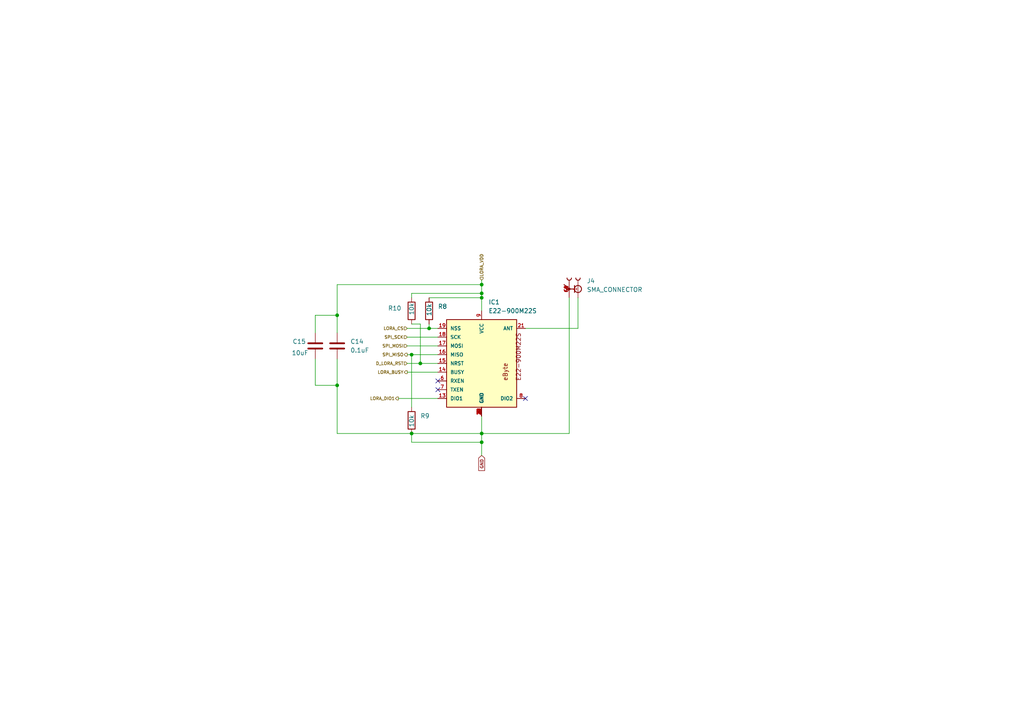
<source format=kicad_sch>
(kicad_sch
	(version 20250114)
	(generator "eeschema")
	(generator_version "9.0")
	(uuid "f61a3200-c54a-4e92-909d-9e48334055fc")
	(paper "A4")
	(lib_symbols
		(symbol "Device:C"
			(pin_numbers
				(hide yes)
			)
			(pin_names
				(offset 0.254)
			)
			(exclude_from_sim no)
			(in_bom yes)
			(on_board yes)
			(property "Reference" "C"
				(at 0.635 2.54 0)
				(effects
					(font
						(size 1.27 1.27)
					)
					(justify left)
				)
			)
			(property "Value" "C"
				(at 0.635 -2.54 0)
				(effects
					(font
						(size 1.27 1.27)
					)
					(justify left)
				)
			)
			(property "Footprint" ""
				(at 0.9652 -3.81 0)
				(effects
					(font
						(size 1.27 1.27)
					)
					(hide yes)
				)
			)
			(property "Datasheet" "~"
				(at 0 0 0)
				(effects
					(font
						(size 1.27 1.27)
					)
					(hide yes)
				)
			)
			(property "Description" "Unpolarized capacitor"
				(at 0 0 0)
				(effects
					(font
						(size 1.27 1.27)
					)
					(hide yes)
				)
			)
			(property "ki_keywords" "cap capacitor"
				(at 0 0 0)
				(effects
					(font
						(size 1.27 1.27)
					)
					(hide yes)
				)
			)
			(property "ki_fp_filters" "C_*"
				(at 0 0 0)
				(effects
					(font
						(size 1.27 1.27)
					)
					(hide yes)
				)
			)
			(symbol "C_0_1"
				(polyline
					(pts
						(xy -2.032 0.762) (xy 2.032 0.762)
					)
					(stroke
						(width 0.508)
						(type default)
					)
					(fill
						(type none)
					)
				)
				(polyline
					(pts
						(xy -2.032 -0.762) (xy 2.032 -0.762)
					)
					(stroke
						(width 0.508)
						(type default)
					)
					(fill
						(type none)
					)
				)
			)
			(symbol "C_1_1"
				(pin passive line
					(at 0 3.81 270)
					(length 2.794)
					(name "~"
						(effects
							(font
								(size 1.27 1.27)
							)
						)
					)
					(number "1"
						(effects
							(font
								(size 1.27 1.27)
							)
						)
					)
				)
				(pin passive line
					(at 0 -3.81 90)
					(length 2.794)
					(name "~"
						(effects
							(font
								(size 1.27 1.27)
							)
						)
					)
					(number "2"
						(effects
							(font
								(size 1.27 1.27)
							)
						)
					)
				)
			)
			(embedded_fonts no)
		)
		(symbol "Device:R"
			(pin_numbers
				(hide yes)
			)
			(pin_names
				(offset 0)
			)
			(exclude_from_sim no)
			(in_bom yes)
			(on_board yes)
			(property "Reference" "R"
				(at 2.032 0 90)
				(effects
					(font
						(size 1.27 1.27)
					)
				)
			)
			(property "Value" "R"
				(at 0 0 90)
				(effects
					(font
						(size 1.27 1.27)
					)
				)
			)
			(property "Footprint" ""
				(at -1.778 0 90)
				(effects
					(font
						(size 1.27 1.27)
					)
					(hide yes)
				)
			)
			(property "Datasheet" "~"
				(at 0 0 0)
				(effects
					(font
						(size 1.27 1.27)
					)
					(hide yes)
				)
			)
			(property "Description" "Resistor"
				(at 0 0 0)
				(effects
					(font
						(size 1.27 1.27)
					)
					(hide yes)
				)
			)
			(property "ki_keywords" "R res resistor"
				(at 0 0 0)
				(effects
					(font
						(size 1.27 1.27)
					)
					(hide yes)
				)
			)
			(property "ki_fp_filters" "R_*"
				(at 0 0 0)
				(effects
					(font
						(size 1.27 1.27)
					)
					(hide yes)
				)
			)
			(symbol "R_0_1"
				(rectangle
					(start -1.016 -2.54)
					(end 1.016 2.54)
					(stroke
						(width 0.254)
						(type default)
					)
					(fill
						(type none)
					)
				)
			)
			(symbol "R_1_1"
				(pin passive line
					(at 0 3.81 270)
					(length 1.27)
					(name "~"
						(effects
							(font
								(size 1.27 1.27)
							)
						)
					)
					(number "1"
						(effects
							(font
								(size 1.27 1.27)
							)
						)
					)
				)
				(pin passive line
					(at 0 -3.81 90)
					(length 1.27)
					(name "~"
						(effects
							(font
								(size 1.27 1.27)
							)
						)
					)
					(number "2"
						(effects
							(font
								(size 1.27 1.27)
							)
						)
					)
				)
			)
			(embedded_fonts no)
		)
		(symbol "E22-900M22S_SX1262:E22-900M22S"
			(pin_names
				(offset 1.016)
			)
			(exclude_from_sim no)
			(in_bom yes)
			(on_board yes)
			(property "Reference" "IC"
				(at 5.08 17.78 0)
				(effects
					(font
						(size 1.27 1.27)
					)
					(justify left bottom)
				)
			)
			(property "Value" "E22-900M22S"
				(at -12.7 17.78 0)
				(effects
					(font
						(size 1.27 1.27)
					)
					(justify left bottom)
				)
			)
			(property "Footprint" "E22-900M22S:E22-900M22S"
				(at 0 0 0)
				(effects
					(font
						(size 1.27 1.27)
					)
					(justify bottom)
					(hide yes)
				)
			)
			(property "Datasheet" ""
				(at 0 0 0)
				(effects
					(font
						(size 1.27 1.27)
					)
					(hide yes)
				)
			)
			(property "Description" ""
				(at 0 0 0)
				(effects
					(font
						(size 1.27 1.27)
					)
					(hide yes)
				)
			)
			(property "MF" "EBYTE"
				(at 0 0 0)
				(effects
					(font
						(size 1.27 1.27)
					)
					(justify bottom)
					(hide yes)
				)
			)
			(property "Description_1" "SX1262 868/915MHz SPI SMD LoRa Module"
				(at 0 0 0)
				(effects
					(font
						(size 1.27 1.27)
					)
					(justify bottom)
					(hide yes)
				)
			)
			(property "Package" "Package"
				(at 0 0 0)
				(effects
					(font
						(size 1.27 1.27)
					)
					(justify bottom)
					(hide yes)
				)
			)
			(property "Price" "None"
				(at 0 0 0)
				(effects
					(font
						(size 1.27 1.27)
					)
					(justify bottom)
					(hide yes)
				)
			)
			(property "SnapEDA_Link" "https://www.snapeda.com/parts/E22-900M22S/EBYTE/view-part/?ref=snap"
				(at 0 0 0)
				(effects
					(font
						(size 1.27 1.27)
					)
					(justify bottom)
					(hide yes)
				)
			)
			(property "MP" "E22-900M22S"
				(at 0 0 0)
				(effects
					(font
						(size 1.27 1.27)
					)
					(justify bottom)
					(hide yes)
				)
			)
			(property "Availability" "Not in stock"
				(at 0 0 0)
				(effects
					(font
						(size 1.27 1.27)
					)
					(justify bottom)
					(hide yes)
				)
			)
			(property "Check_prices" "https://www.snapeda.com/parts/E22-900M22S/EBYTE/view-part/?ref=eda"
				(at 0 0 0)
				(effects
					(font
						(size 1.27 1.27)
					)
					(justify bottom)
					(hide yes)
				)
			)
			(symbol "E22-900M22S_0_0"
				(rectangle
					(start -10.16 -12.7)
					(end 10.16 12.7)
					(stroke
						(width 0.254)
						(type default)
					)
					(fill
						(type background)
					)
				)
				(text "eByte"
					(at 7.62 -5.08 900)
					(effects
						(font
							(size 1.27 1.27)
						)
						(justify left bottom)
					)
				)
				(text "E22-900M22S"
					(at 11.43 -5.08 900)
					(effects
						(font
							(size 1.27 1.27)
						)
						(justify left bottom)
					)
				)
				(pin input line
					(at -12.7 10.16 0)
					(length 2.54)
					(name "NSS"
						(effects
							(font
								(size 1.016 1.016)
							)
						)
					)
					(number "19"
						(effects
							(font
								(size 1.016 1.016)
							)
						)
					)
				)
				(pin input line
					(at -12.7 7.62 0)
					(length 2.54)
					(name "SCK"
						(effects
							(font
								(size 1.016 1.016)
							)
						)
					)
					(number "18"
						(effects
							(font
								(size 1.016 1.016)
							)
						)
					)
				)
				(pin bidirectional line
					(at -12.7 5.08 0)
					(length 2.54)
					(name "MOSI"
						(effects
							(font
								(size 1.016 1.016)
							)
						)
					)
					(number "17"
						(effects
							(font
								(size 1.016 1.016)
							)
						)
					)
				)
				(pin bidirectional line
					(at -12.7 2.54 0)
					(length 2.54)
					(name "MISO"
						(effects
							(font
								(size 1.016 1.016)
							)
						)
					)
					(number "16"
						(effects
							(font
								(size 1.016 1.016)
							)
						)
					)
				)
				(pin bidirectional line
					(at -12.7 0 0)
					(length 2.54)
					(name "NRST"
						(effects
							(font
								(size 1.016 1.016)
							)
						)
					)
					(number "15"
						(effects
							(font
								(size 1.016 1.016)
							)
						)
					)
				)
				(pin bidirectional line
					(at -12.7 -2.54 0)
					(length 2.54)
					(name "BUSY"
						(effects
							(font
								(size 1.016 1.016)
							)
						)
					)
					(number "14"
						(effects
							(font
								(size 1.016 1.016)
							)
						)
					)
				)
				(pin input line
					(at -12.7 -5.08 0)
					(length 2.54)
					(name "RXEN"
						(effects
							(font
								(size 1.016 1.016)
							)
						)
					)
					(number "6"
						(effects
							(font
								(size 1.016 1.016)
							)
						)
					)
				)
				(pin bidirectional line
					(at -12.7 -7.62 0)
					(length 2.54)
					(name "TXEN"
						(effects
							(font
								(size 1.016 1.016)
							)
						)
					)
					(number "7"
						(effects
							(font
								(size 1.016 1.016)
							)
						)
					)
				)
				(pin bidirectional line
					(at -12.7 -10.16 0)
					(length 2.54)
					(name "DIO1"
						(effects
							(font
								(size 1.016 1.016)
							)
						)
					)
					(number "13"
						(effects
							(font
								(size 1.016 1.016)
							)
						)
					)
				)
				(pin power_in line
					(at 0 15.24 270)
					(length 2.54)
					(name "VCC"
						(effects
							(font
								(size 1.016 1.016)
							)
						)
					)
					(number "9"
						(effects
							(font
								(size 1.016 1.016)
							)
						)
					)
				)
				(pin power_in line
					(at 0 -15.24 90)
					(length 2.54)
					(name "GND"
						(effects
							(font
								(size 1.016 1.016)
							)
						)
					)
					(number "1"
						(effects
							(font
								(size 1.016 1.016)
							)
						)
					)
				)
				(pin power_in line
					(at 0 -15.24 90)
					(length 2.54)
					(name "GND"
						(effects
							(font
								(size 1.016 1.016)
							)
						)
					)
					(number "10"
						(effects
							(font
								(size 1.016 1.016)
							)
						)
					)
				)
				(pin power_in line
					(at 0 -15.24 90)
					(length 2.54)
					(name "GND"
						(effects
							(font
								(size 1.016 1.016)
							)
						)
					)
					(number "11"
						(effects
							(font
								(size 1.016 1.016)
							)
						)
					)
				)
				(pin power_in line
					(at 0 -15.24 90)
					(length 2.54)
					(name "GND"
						(effects
							(font
								(size 1.016 1.016)
							)
						)
					)
					(number "12"
						(effects
							(font
								(size 1.016 1.016)
							)
						)
					)
				)
				(pin power_in line
					(at 0 -15.24 90)
					(length 2.54)
					(name "GND"
						(effects
							(font
								(size 1.016 1.016)
							)
						)
					)
					(number "2"
						(effects
							(font
								(size 1.016 1.016)
							)
						)
					)
				)
				(pin power_in line
					(at 0 -15.24 90)
					(length 2.54)
					(name "GND"
						(effects
							(font
								(size 1.016 1.016)
							)
						)
					)
					(number "20"
						(effects
							(font
								(size 1.016 1.016)
							)
						)
					)
				)
				(pin power_in line
					(at 0 -15.24 90)
					(length 2.54)
					(name "GND"
						(effects
							(font
								(size 1.016 1.016)
							)
						)
					)
					(number "22"
						(effects
							(font
								(size 1.016 1.016)
							)
						)
					)
				)
				(pin power_in line
					(at 0 -15.24 90)
					(length 2.54)
					(name "GND"
						(effects
							(font
								(size 1.016 1.016)
							)
						)
					)
					(number "3"
						(effects
							(font
								(size 1.016 1.016)
							)
						)
					)
				)
				(pin power_in line
					(at 0 -15.24 90)
					(length 2.54)
					(name "GND"
						(effects
							(font
								(size 1.016 1.016)
							)
						)
					)
					(number "4"
						(effects
							(font
								(size 1.016 1.016)
							)
						)
					)
				)
				(pin power_in line
					(at 0 -15.24 90)
					(length 2.54)
					(name "GND"
						(effects
							(font
								(size 1.016 1.016)
							)
						)
					)
					(number "5"
						(effects
							(font
								(size 1.016 1.016)
							)
						)
					)
				)
				(pin output line
					(at 12.7 10.16 180)
					(length 2.54)
					(name "ANT"
						(effects
							(font
								(size 1.016 1.016)
							)
						)
					)
					(number "21"
						(effects
							(font
								(size 1.016 1.016)
							)
						)
					)
				)
				(pin bidirectional line
					(at 12.7 -10.16 180)
					(length 2.54)
					(name "DIO2"
						(effects
							(font
								(size 1.016 1.016)
							)
						)
					)
					(number "8"
						(effects
							(font
								(size 1.016 1.016)
							)
						)
					)
				)
			)
			(embedded_fonts no)
		)
		(symbol "SMA_CONNECTOR:SMA_CONNECTOR"
			(pin_names
				(offset 1.016)
			)
			(exclude_from_sim no)
			(in_bom yes)
			(on_board yes)
			(property "Reference" "J"
				(at -3.81 1.524 0)
				(effects
					(font
						(size 1.27 1.27)
					)
					(justify left bottom)
				)
			)
			(property "Value" "SMA_CONNECTOR"
				(at -4.064 -6.858 0)
				(effects
					(font
						(size 1.27 1.27)
					)
					(justify left bottom)
				)
			)
			(property "Footprint" "SMA_CONNECTOR:LPRS_SMA_CONNECTOR"
				(at 0 0 0)
				(effects
					(font
						(size 1.27 1.27)
					)
					(justify bottom)
					(hide yes)
				)
			)
			(property "Datasheet" ""
				(at 0 0 0)
				(effects
					(font
						(size 1.27 1.27)
					)
					(hide yes)
				)
			)
			(property "Description" ""
				(at 0 0 0)
				(effects
					(font
						(size 1.27 1.27)
					)
					(hide yes)
				)
			)
			(property "MF" "LPRS"
				(at 0 0 0)
				(effects
					(font
						(size 1.27 1.27)
					)
					(justify bottom)
					(hide yes)
				)
			)
			(property "MAXIMUM_PACKAGE_HEIGHT" "8.3 mm"
				(at 0 0 0)
				(effects
					(font
						(size 1.27 1.27)
					)
					(justify bottom)
					(hide yes)
				)
			)
			(property "Package" "None"
				(at 0 0 0)
				(effects
					(font
						(size 1.27 1.27)
					)
					(justify bottom)
					(hide yes)
				)
			)
			(property "Price" "None"
				(at 0 0 0)
				(effects
					(font
						(size 1.27 1.27)
					)
					(justify bottom)
					(hide yes)
				)
			)
			(property "Check_prices" "https://www.snapeda.com/parts/SMA%20CONNECTOR/LPRS/view-part/?ref=eda"
				(at 0 0 0)
				(effects
					(font
						(size 1.27 1.27)
					)
					(justify bottom)
					(hide yes)
				)
			)
			(property "STANDARD" "Manufacturer Recommendations"
				(at 0 0 0)
				(effects
					(font
						(size 1.27 1.27)
					)
					(justify bottom)
					(hide yes)
				)
			)
			(property "PARTREV" "1.3"
				(at 0 0 0)
				(effects
					(font
						(size 1.27 1.27)
					)
					(justify bottom)
					(hide yes)
				)
			)
			(property "SnapEDA_Link" "https://www.snapeda.com/parts/SMA%20CONNECTOR/LPRS/view-part/?ref=snap"
				(at 0 0 0)
				(effects
					(font
						(size 1.27 1.27)
					)
					(justify bottom)
					(hide yes)
				)
			)
			(property "MP" "SMA CONNECTOR"
				(at 0 0 0)
				(effects
					(font
						(size 1.27 1.27)
					)
					(justify bottom)
					(hide yes)
				)
			)
			(property "Description_1" "RF Coaxial Straight SMA Connector"
				(at 0 0 0)
				(effects
					(font
						(size 1.27 1.27)
					)
					(justify bottom)
					(hide yes)
				)
			)
			(property "Availability" "Not in stock"
				(at 0 0 0)
				(effects
					(font
						(size 1.27 1.27)
					)
					(justify bottom)
					(hide yes)
				)
			)
			(property "MANUFACTURER" "LPRS"
				(at 0 0 0)
				(effects
					(font
						(size 1.27 1.27)
					)
					(justify bottom)
					(hide yes)
				)
			)
			(symbol "SMA_CONNECTOR_0_0"
				(arc
					(start -3.175 0.635)
					(mid -2.5427 0)
					(end -3.175 -0.635)
					(stroke
						(width 0.254)
						(type default)
					)
					(fill
						(type none)
					)
				)
				(arc
					(start -3.175 -1.905)
					(mid -2.5427 -2.54)
					(end -3.175 -3.175)
					(stroke
						(width 0.254)
						(type default)
					)
					(fill
						(type none)
					)
				)
				(polyline
					(pts
						(xy -1.016 -1.016) (xy 0 -1.016)
					)
					(stroke
						(width 0.254)
						(type default)
					)
					(fill
						(type none)
					)
				)
				(polyline
					(pts
						(xy -0.762 -3.302) (xy -1.27 -4.064)
					)
					(stroke
						(width 0.254)
						(type default)
					)
					(fill
						(type none)
					)
				)
				(circle
					(center 0 0)
					(radius 1.016)
					(stroke
						(width 0.254)
						(type default)
					)
					(fill
						(type none)
					)
				)
				(polyline
					(pts
						(xy 0 -1.016) (xy 0 -3.302)
					)
					(stroke
						(width 0.254)
						(type default)
					)
					(fill
						(type none)
					)
				)
				(polyline
					(pts
						(xy 0 -1.016) (xy 1.016 -1.016)
					)
					(stroke
						(width 0.254)
						(type default)
					)
					(fill
						(type none)
					)
				)
				(circle
					(center 0 -2.54)
					(radius 0.254)
					(stroke
						(width 0.254)
						(type default)
					)
					(fill
						(type none)
					)
				)
				(polyline
					(pts
						(xy 0 -3.302) (xy -0.762 -3.302)
					)
					(stroke
						(width 0.254)
						(type default)
					)
					(fill
						(type none)
					)
				)
				(polyline
					(pts
						(xy 0 -3.302) (xy -0.508 -4.064)
					)
					(stroke
						(width 0.254)
						(type default)
					)
					(fill
						(type none)
					)
				)
				(polyline
					(pts
						(xy 0 -3.302) (xy 0.762 -3.302)
					)
					(stroke
						(width 0.254)
						(type default)
					)
					(fill
						(type none)
					)
				)
				(polyline
					(pts
						(xy 0.762 -3.302) (xy 0.254 -4.064)
					)
					(stroke
						(width 0.254)
						(type default)
					)
					(fill
						(type none)
					)
				)
				(pin passive line
					(at 2.54 0 180)
					(length 5.08)
					(name "~"
						(effects
							(font
								(size 1.016 1.016)
							)
						)
					)
					(number "1"
						(effects
							(font
								(size 1.016 1.016)
							)
						)
					)
				)
				(pin passive line
					(at 2.54 -2.54 180)
					(length 5.08)
					(name "~"
						(effects
							(font
								(size 1.016 1.016)
							)
						)
					)
					(number "G1"
						(effects
							(font
								(size 1.016 1.016)
							)
						)
					)
				)
				(pin passive line
					(at 2.54 -2.54 180)
					(length 5.08)
					(name "~"
						(effects
							(font
								(size 1.016 1.016)
							)
						)
					)
					(number "G2"
						(effects
							(font
								(size 1.016 1.016)
							)
						)
					)
				)
				(pin passive line
					(at 2.54 -2.54 180)
					(length 5.08)
					(name "~"
						(effects
							(font
								(size 1.016 1.016)
							)
						)
					)
					(number "G3"
						(effects
							(font
								(size 1.016 1.016)
							)
						)
					)
				)
				(pin passive line
					(at 2.54 -2.54 180)
					(length 5.08)
					(name "~"
						(effects
							(font
								(size 1.016 1.016)
							)
						)
					)
					(number "G4"
						(effects
							(font
								(size 1.016 1.016)
							)
						)
					)
				)
			)
			(embedded_fonts no)
		)
	)
	(junction
		(at 139.7 86.36)
		(diameter 0)
		(color 0 0 0 0)
		(uuid "067b13d7-2834-4a79-84a6-21516e559bce")
	)
	(junction
		(at 119.38 125.73)
		(diameter 0)
		(color 0 0 0 0)
		(uuid "1888821b-cc80-49c9-8a41-f0ac42a9e8e2")
	)
	(junction
		(at 97.79 91.44)
		(diameter 0)
		(color 0 0 0 0)
		(uuid "5037c721-80df-48ea-91db-ada47c684a5c")
	)
	(junction
		(at 139.7 82.55)
		(diameter 0)
		(color 0 0 0 0)
		(uuid "5f545d36-5578-4be5-ac30-9c2657ea2f2e")
	)
	(junction
		(at 124.46 95.25)
		(diameter 0)
		(color 0 0 0 0)
		(uuid "68bcc6c8-a55b-418a-b71e-e45c9c603763")
	)
	(junction
		(at 119.38 102.87)
		(diameter 0)
		(color 0 0 0 0)
		(uuid "a085896f-d947-4733-b111-99d301161339")
	)
	(junction
		(at 139.7 125.73)
		(diameter 0)
		(color 0 0 0 0)
		(uuid "a7ff0b31-c463-4605-8de0-626da427bd36")
	)
	(junction
		(at 139.7 85.09)
		(diameter 0)
		(color 0 0 0 0)
		(uuid "a9467d2b-04ec-480d-800b-21d9d601df25")
	)
	(junction
		(at 97.79 111.76)
		(diameter 0)
		(color 0 0 0 0)
		(uuid "aa9ec199-aa55-4910-9d97-2ff08f29b3ad")
	)
	(junction
		(at 121.92 105.41)
		(diameter 0)
		(color 0 0 0 0)
		(uuid "bfafda68-454d-47fd-91f2-744bac747bf6")
	)
	(junction
		(at 139.7 128.27)
		(diameter 0)
		(color 0 0 0 0)
		(uuid "eb81f897-8a74-421f-b833-38b0bbf44db6")
	)
	(no_connect
		(at 152.4 115.57)
		(uuid "489d81f0-4a46-40ec-8fe6-a2ad83153e62")
	)
	(no_connect
		(at 127 113.03)
		(uuid "90e8273f-3fb1-4d07-bcdd-19f2eb82e4d5")
	)
	(no_connect
		(at 127 110.49)
		(uuid "cf54d711-e2e9-4aa2-9fc8-953d4a718338")
	)
	(wire
		(pts
			(xy 119.38 86.36) (xy 119.38 85.09)
		)
		(stroke
			(width 0)
			(type default)
		)
		(uuid "02203c3f-cd4d-437a-8bbb-94a9355125e2")
	)
	(wire
		(pts
			(xy 124.46 95.25) (xy 127 95.25)
		)
		(stroke
			(width 0)
			(type default)
		)
		(uuid "1b9efb61-dba6-4e5d-9c4c-b847f2c8a0af")
	)
	(wire
		(pts
			(xy 167.64 95.25) (xy 152.4 95.25)
		)
		(stroke
			(width 0)
			(type default)
		)
		(uuid "1fc173e8-6254-40ed-9b8d-3a38fb8f428d")
	)
	(wire
		(pts
			(xy 97.79 125.73) (xy 119.38 125.73)
		)
		(stroke
			(width 0)
			(type default)
		)
		(uuid "203aefa2-b436-4e2a-b656-a7ba3c01d59e")
	)
	(wire
		(pts
			(xy 165.1 86.36) (xy 165.1 125.73)
		)
		(stroke
			(width 0)
			(type default)
		)
		(uuid "2a908bb1-3391-40e4-9c58-f5ce31b14437")
	)
	(wire
		(pts
			(xy 91.44 91.44) (xy 97.79 91.44)
		)
		(stroke
			(width 0)
			(type default)
		)
		(uuid "2c3c4c87-ef0f-4317-87c7-f3363be6b4a9")
	)
	(wire
		(pts
			(xy 119.38 93.98) (xy 121.92 93.98)
		)
		(stroke
			(width 0)
			(type default)
		)
		(uuid "3a8e8b32-a8cd-4101-82d3-c0d08fde560c")
	)
	(wire
		(pts
			(xy 97.79 111.76) (xy 97.79 125.73)
		)
		(stroke
			(width 0)
			(type default)
		)
		(uuid "3c0078b3-2a62-4be6-b7ef-e0cdc283c1bf")
	)
	(wire
		(pts
			(xy 165.1 125.73) (xy 139.7 125.73)
		)
		(stroke
			(width 0)
			(type default)
		)
		(uuid "3c529113-067f-4059-9f5f-1cbf2606f414")
	)
	(wire
		(pts
			(xy 91.44 96.52) (xy 91.44 91.44)
		)
		(stroke
			(width 0)
			(type default)
		)
		(uuid "4a5b8efe-a06e-42a5-a8c3-479729c68f91")
	)
	(wire
		(pts
			(xy 97.79 96.52) (xy 97.79 91.44)
		)
		(stroke
			(width 0)
			(type default)
		)
		(uuid "4fdf4241-5d4c-4907-b147-e96a78137ca7")
	)
	(wire
		(pts
			(xy 91.44 104.14) (xy 91.44 111.76)
		)
		(stroke
			(width 0)
			(type default)
		)
		(uuid "55c1fdac-f348-47cc-b575-442a7665af4b")
	)
	(wire
		(pts
			(xy 97.79 104.14) (xy 97.79 111.76)
		)
		(stroke
			(width 0)
			(type default)
		)
		(uuid "55c708ee-7644-47d1-815e-9b6fd6a4975e")
	)
	(wire
		(pts
			(xy 119.38 102.87) (xy 119.38 118.11)
		)
		(stroke
			(width 0)
			(type default)
		)
		(uuid "5a816ada-7282-461a-8674-8d4eb4ea4fe9")
	)
	(wire
		(pts
			(xy 139.7 128.27) (xy 139.7 132.08)
		)
		(stroke
			(width 0)
			(type default)
		)
		(uuid "5b5d663d-e93f-43f8-b1c0-a5440b977f00")
	)
	(wire
		(pts
			(xy 139.7 82.55) (xy 139.7 85.09)
		)
		(stroke
			(width 0)
			(type default)
		)
		(uuid "6401603c-712c-4403-921e-455293b2659b")
	)
	(wire
		(pts
			(xy 118.11 107.95) (xy 127 107.95)
		)
		(stroke
			(width 0)
			(type default)
		)
		(uuid "6587c32a-b523-43b8-b2a1-b15a2e3e6ec9")
	)
	(wire
		(pts
			(xy 118.11 97.79) (xy 127 97.79)
		)
		(stroke
			(width 0)
			(type default)
		)
		(uuid "6d59e793-e4ca-4c1f-90b6-761e589c8dac")
	)
	(wire
		(pts
			(xy 118.11 100.33) (xy 127 100.33)
		)
		(stroke
			(width 0)
			(type default)
		)
		(uuid "7bd1d72d-5488-488b-8990-e200a742fb4f")
	)
	(wire
		(pts
			(xy 118.11 102.87) (xy 119.38 102.87)
		)
		(stroke
			(width 0)
			(type default)
		)
		(uuid "84cd6bfb-096a-4e23-82ce-5cf0dd31ab60")
	)
	(wire
		(pts
			(xy 124.46 86.36) (xy 139.7 86.36)
		)
		(stroke
			(width 0)
			(type default)
		)
		(uuid "892cef2d-ebbe-4b63-9c3c-7ae715684d35")
	)
	(wire
		(pts
			(xy 119.38 128.27) (xy 139.7 128.27)
		)
		(stroke
			(width 0)
			(type default)
		)
		(uuid "895f75b3-bd23-4d87-8b1a-ada4a38bfa22")
	)
	(wire
		(pts
			(xy 97.79 82.55) (xy 139.7 82.55)
		)
		(stroke
			(width 0)
			(type default)
		)
		(uuid "8bbae2d1-1f0d-414a-9a66-541f4272dddd")
	)
	(wire
		(pts
			(xy 121.92 93.98) (xy 121.92 105.41)
		)
		(stroke
			(width 0)
			(type default)
		)
		(uuid "8ef5bc06-e2f3-4b7e-8ef0-d13bb86dc759")
	)
	(wire
		(pts
			(xy 119.38 102.87) (xy 127 102.87)
		)
		(stroke
			(width 0)
			(type default)
		)
		(uuid "9643e35e-dccb-439d-bad5-7b994c8d6631")
	)
	(wire
		(pts
			(xy 118.11 95.25) (xy 124.46 95.25)
		)
		(stroke
			(width 0)
			(type default)
		)
		(uuid "99a8ff24-35e6-4dd1-a5d4-71a440530f8d")
	)
	(wire
		(pts
			(xy 139.7 120.65) (xy 139.7 125.73)
		)
		(stroke
			(width 0)
			(type default)
		)
		(uuid "a0d01d8a-5413-4500-b85c-8b6fbdf5cd3c")
	)
	(wire
		(pts
			(xy 119.38 125.73) (xy 139.7 125.73)
		)
		(stroke
			(width 0)
			(type default)
		)
		(uuid "aa368fd9-a2f4-437c-9bea-8b9aa08c7d52")
	)
	(wire
		(pts
			(xy 124.46 93.98) (xy 124.46 95.25)
		)
		(stroke
			(width 0)
			(type default)
		)
		(uuid "b1982173-e8e1-47c6-9105-f47b157c4382")
	)
	(wire
		(pts
			(xy 115.57 115.57) (xy 127 115.57)
		)
		(stroke
			(width 0)
			(type default)
		)
		(uuid "b4eb2012-2b19-44b9-b4f5-18b41da65c0b")
	)
	(wire
		(pts
			(xy 91.44 111.76) (xy 97.79 111.76)
		)
		(stroke
			(width 0)
			(type default)
		)
		(uuid "b5154e19-ee02-481a-ae1c-ae30d25e156f")
	)
	(wire
		(pts
			(xy 139.7 81.28) (xy 139.7 82.55)
		)
		(stroke
			(width 0)
			(type default)
		)
		(uuid "b7ee52f3-f979-434f-aa0e-1b8dd6043a32")
	)
	(wire
		(pts
			(xy 97.79 91.44) (xy 97.79 82.55)
		)
		(stroke
			(width 0)
			(type default)
		)
		(uuid "bc846359-46b6-4630-a641-421badb07690")
	)
	(wire
		(pts
			(xy 119.38 85.09) (xy 139.7 85.09)
		)
		(stroke
			(width 0)
			(type default)
		)
		(uuid "ce4e5efa-2c73-403b-8497-4a62edd0d1f4")
	)
	(wire
		(pts
			(xy 118.11 105.41) (xy 121.92 105.41)
		)
		(stroke
			(width 0)
			(type default)
		)
		(uuid "d0224205-553c-4b29-9a6d-4b5c77de0e23")
	)
	(wire
		(pts
			(xy 167.64 86.36) (xy 167.64 95.25)
		)
		(stroke
			(width 0)
			(type default)
		)
		(uuid "d1d1d691-c523-40e7-ae3e-0d0970f4e8bc")
	)
	(wire
		(pts
			(xy 139.7 86.36) (xy 139.7 90.17)
		)
		(stroke
			(width 0)
			(type default)
		)
		(uuid "d64fb1a6-c8de-4013-a013-b1a52b5c8fa9")
	)
	(wire
		(pts
			(xy 139.7 125.73) (xy 139.7 128.27)
		)
		(stroke
			(width 0)
			(type default)
		)
		(uuid "dfed070b-cdcd-4c3d-8f09-124272583ede")
	)
	(wire
		(pts
			(xy 139.7 85.09) (xy 139.7 86.36)
		)
		(stroke
			(width 0)
			(type default)
		)
		(uuid "f0789f91-6978-4096-8020-cbb1d58f867e")
	)
	(wire
		(pts
			(xy 121.92 105.41) (xy 127 105.41)
		)
		(stroke
			(width 0)
			(type default)
		)
		(uuid "f59fb086-ef1a-44fe-af48-87878480d06b")
	)
	(wire
		(pts
			(xy 119.38 125.73) (xy 119.38 128.27)
		)
		(stroke
			(width 0)
			(type default)
		)
		(uuid "f79ac8ba-f134-4a5e-bd7e-2f6e76fd7c46")
	)
	(global_label "GND"
		(shape input)
		(at 139.7 132.08 270)
		(fields_autoplaced yes)
		(effects
			(font
				(size 0.889 0.889)
			)
			(justify right)
		)
		(uuid "891002d9-ef1a-4c48-b62c-691d94b26591")
		(property "Intersheetrefs" "${INTERSHEET_REFS}"
			(at 139.7 136.8788 90)
			(effects
				(font
					(size 1.27 1.27)
				)
				(justify right)
				(hide yes)
			)
		)
	)
	(hierarchical_label "SPI_MISO"
		(shape output)
		(at 118.11 102.87 180)
		(effects
			(font
				(size 0.889 0.889)
			)
			(justify right)
		)
		(uuid "104878e2-33aa-48bf-aa1f-998f8acf135f")
	)
	(hierarchical_label "D_LORA_RST"
		(shape input)
		(at 118.11 105.41 180)
		(effects
			(font
				(size 0.889 0.889)
			)
			(justify right)
		)
		(uuid "158a29aa-65b1-43c9-a975-7745034d5411")
	)
	(hierarchical_label "LORA_CS"
		(shape input)
		(at 118.11 95.25 180)
		(effects
			(font
				(size 0.889 0.889)
			)
			(justify right)
		)
		(uuid "4efb86d1-eabc-4d8e-b4c0-1b6bf33c8245")
	)
	(hierarchical_label "LORA_BUSY"
		(shape output)
		(at 118.11 107.95 180)
		(effects
			(font
				(size 0.889 0.889)
			)
			(justify right)
		)
		(uuid "81eb8229-7182-4b3c-af4b-0c9963cce406")
	)
	(hierarchical_label "LORA_DIO1"
		(shape output)
		(at 115.57 115.57 180)
		(effects
			(font
				(size 0.889 0.889)
			)
			(justify right)
		)
		(uuid "9222e935-09a2-4173-b661-18f37fcf81dd")
	)
	(hierarchical_label "SPI_SCK"
		(shape input)
		(at 118.11 97.79 180)
		(effects
			(font
				(size 0.889 0.889)
			)
			(justify right)
		)
		(uuid "94ba62a9-cf8b-4fec-a3e9-5a6a3db2ef4c")
	)
	(hierarchical_label "SPI_MOSI"
		(shape input)
		(at 118.11 100.33 180)
		(effects
			(font
				(size 0.889 0.889)
			)
			(justify right)
		)
		(uuid "c3ab5b85-a5bc-4d73-b2a9-f2c2f3c480b6")
	)
	(hierarchical_label "LORA_VDD"
		(shape input)
		(at 139.7 81.28 90)
		(effects
			(font
				(size 0.889 0.889)
			)
			(justify left)
		)
		(uuid "cfcda7b9-f93a-43ce-8cea-980de83be751")
	)
	(symbol
		(lib_id "SMA_CONNECTOR:SMA_CONNECTOR")
		(at 167.64 83.82 270)
		(unit 1)
		(exclude_from_sim no)
		(in_bom yes)
		(on_board yes)
		(dnp no)
		(fields_autoplaced yes)
		(uuid "071c3aa1-add2-4670-a130-5e63e2104947")
		(property "Reference" "J4"
			(at 170.18 81.4704 90)
			(effects
				(font
					(size 1.27 1.27)
				)
				(justify left)
			)
		)
		(property "Value" "SMA_CONNECTOR"
			(at 170.18 84.0104 90)
			(effects
				(font
					(size 1.27 1.27)
				)
				(justify left)
			)
		)
		(property "Footprint" "SMA_FEMALE:LPRS_SMA_CONNECTOR"
			(at 167.64 83.82 0)
			(effects
				(font
					(size 1.27 1.27)
				)
				(justify bottom)
				(hide yes)
			)
		)
		(property "Datasheet" ""
			(at 167.64 83.82 0)
			(effects
				(font
					(size 1.27 1.27)
				)
				(hide yes)
			)
		)
		(property "Description" ""
			(at 167.64 83.82 0)
			(effects
				(font
					(size 1.27 1.27)
				)
				(hide yes)
			)
		)
		(property "MF" "LPRS"
			(at 167.64 83.82 0)
			(effects
				(font
					(size 1.27 1.27)
				)
				(justify bottom)
				(hide yes)
			)
		)
		(property "MAXIMUM_PACKAGE_HEIGHT" "8.3 mm"
			(at 167.64 83.82 0)
			(effects
				(font
					(size 1.27 1.27)
				)
				(justify bottom)
				(hide yes)
			)
		)
		(property "Package" "None"
			(at 167.64 83.82 0)
			(effects
				(font
					(size 1.27 1.27)
				)
				(justify bottom)
				(hide yes)
			)
		)
		(property "Price" "None"
			(at 167.64 83.82 0)
			(effects
				(font
					(size 1.27 1.27)
				)
				(justify bottom)
				(hide yes)
			)
		)
		(property "Check_prices" "https://www.snapeda.com/parts/SMA%20CONNECTOR/LPRS/view-part/?ref=eda"
			(at 167.64 83.82 0)
			(effects
				(font
					(size 1.27 1.27)
				)
				(justify bottom)
				(hide yes)
			)
		)
		(property "STANDARD" "Manufacturer Recommendations"
			(at 167.64 83.82 0)
			(effects
				(font
					(size 1.27 1.27)
				)
				(justify bottom)
				(hide yes)
			)
		)
		(property "PARTREV" "1.3"
			(at 167.64 83.82 0)
			(effects
				(font
					(size 1.27 1.27)
				)
				(justify bottom)
				(hide yes)
			)
		)
		(property "SnapEDA_Link" "https://www.snapeda.com/parts/SMA%20CONNECTOR/LPRS/view-part/?ref=snap"
			(at 167.64 83.82 0)
			(effects
				(font
					(size 1.27 1.27)
				)
				(justify bottom)
				(hide yes)
			)
		)
		(property "MP" "SMA CONNECTOR"
			(at 167.64 83.82 0)
			(effects
				(font
					(size 1.27 1.27)
				)
				(justify bottom)
				(hide yes)
			)
		)
		(property "Description_1" "RF Coaxial Straight SMA Connector"
			(at 167.64 83.82 0)
			(effects
				(font
					(size 1.27 1.27)
				)
				(justify bottom)
				(hide yes)
			)
		)
		(property "Availability" "Not in stock"
			(at 167.64 83.82 0)
			(effects
				(font
					(size 1.27 1.27)
				)
				(justify bottom)
				(hide yes)
			)
		)
		(property "MANUFACTURER" "LPRS"
			(at 167.64 83.82 0)
			(effects
				(font
					(size 1.27 1.27)
				)
				(justify bottom)
				(hide yes)
			)
		)
		(pin "G1"
			(uuid "3f317bb1-d35a-47a7-bdad-195be975a109")
		)
		(pin "1"
			(uuid "d99b765e-db7d-4396-8d98-3aa08f14ac10")
		)
		(pin "G4"
			(uuid "ce4b454b-a958-4f2d-8114-29843e14863a")
		)
		(pin "G3"
			(uuid "94b3f2b5-d9f1-4c2b-8af3-e3ce2d2bfbd4")
		)
		(pin "G2"
			(uuid "a2005184-f219-4a2b-90cd-fae201549f03")
		)
		(instances
			(project ""
				(path "/585dc905-ec5f-492d-84ec-1a3c89419c03/9419fa31-92a2-41ab-89ae-e5c335682401"
					(reference "J4")
					(unit 1)
				)
			)
		)
	)
	(symbol
		(lib_id "Device:R")
		(at 119.38 90.17 0)
		(unit 1)
		(exclude_from_sim no)
		(in_bom yes)
		(on_board yes)
		(dnp no)
		(uuid "368e8722-e0a2-4a57-a469-c2faaaa6cad8")
		(property "Reference" "R10"
			(at 112.522 89.408 0)
			(effects
				(font
					(size 1.27 1.27)
				)
				(justify left)
			)
		)
		(property "Value" "10k"
			(at 119.38 91.44 90)
			(effects
				(font
					(size 1.27 1.27)
				)
				(justify left)
			)
		)
		(property "Footprint" "Resistor_SMD:R_0603_1608Metric"
			(at 117.602 90.17 90)
			(effects
				(font
					(size 1.27 1.27)
				)
				(hide yes)
			)
		)
		(property "Datasheet" "~"
			(at 119.38 90.17 0)
			(effects
				(font
					(size 1.27 1.27)
				)
				(hide yes)
			)
		)
		(property "Description" "Resistor"
			(at 119.38 90.17 0)
			(effects
				(font
					(size 1.27 1.27)
				)
				(hide yes)
			)
		)
		(pin "1"
			(uuid "8a6a0313-158c-4b81-b2f2-99d7a57844bb")
		)
		(pin "2"
			(uuid "f4d17d9a-8b71-43d6-83d0-ad6f257c117c")
		)
		(instances
			(project ""
				(path "/585dc905-ec5f-492d-84ec-1a3c89419c03/9419fa31-92a2-41ab-89ae-e5c335682401"
					(reference "R10")
					(unit 1)
				)
			)
		)
	)
	(symbol
		(lib_id "E22-900M22S_SX1262:E22-900M22S")
		(at 139.7 105.41 0)
		(unit 1)
		(exclude_from_sim no)
		(in_bom yes)
		(on_board yes)
		(dnp no)
		(fields_autoplaced yes)
		(uuid "832effdb-6a6c-4dd1-a96d-4d34c36f4710")
		(property "Reference" "IC1"
			(at 141.6686 87.63 0)
			(effects
				(font
					(size 1.27 1.27)
				)
				(justify left)
			)
		)
		(property "Value" "E22-900M22S"
			(at 141.6686 90.17 0)
			(effects
				(font
					(size 1.27 1.27)
				)
				(justify left)
			)
		)
		(property "Footprint" "E22-900M22S:E22-900M22S"
			(at 139.7 105.41 0)
			(effects
				(font
					(size 1.27 1.27)
				)
				(justify bottom)
				(hide yes)
			)
		)
		(property "Datasheet" ""
			(at 139.7 105.41 0)
			(effects
				(font
					(size 1.27 1.27)
				)
				(hide yes)
			)
		)
		(property "Description" ""
			(at 139.7 105.41 0)
			(effects
				(font
					(size 1.27 1.27)
				)
				(hide yes)
			)
		)
		(property "MF" "EBYTE"
			(at 139.7 105.41 0)
			(effects
				(font
					(size 1.27 1.27)
				)
				(justify bottom)
				(hide yes)
			)
		)
		(property "Description_1" "SX1262 868/915MHz SPI SMD LoRa Module"
			(at 139.7 105.41 0)
			(effects
				(font
					(size 1.27 1.27)
				)
				(justify bottom)
				(hide yes)
			)
		)
		(property "Package" "Package"
			(at 139.7 105.41 0)
			(effects
				(font
					(size 1.27 1.27)
				)
				(justify bottom)
				(hide yes)
			)
		)
		(property "Price" "None"
			(at 139.7 105.41 0)
			(effects
				(font
					(size 1.27 1.27)
				)
				(justify bottom)
				(hide yes)
			)
		)
		(property "SnapEDA_Link" "https://www.snapeda.com/parts/E22-900M22S/EBYTE/view-part/?ref=snap"
			(at 139.7 105.41 0)
			(effects
				(font
					(size 1.27 1.27)
				)
				(justify bottom)
				(hide yes)
			)
		)
		(property "MP" "E22-900M22S"
			(at 139.7 105.41 0)
			(effects
				(font
					(size 1.27 1.27)
				)
				(justify bottom)
				(hide yes)
			)
		)
		(property "Availability" "Not in stock"
			(at 139.7 105.41 0)
			(effects
				(font
					(size 1.27 1.27)
				)
				(justify bottom)
				(hide yes)
			)
		)
		(property "Check_prices" "https://www.snapeda.com/parts/E22-900M22S/EBYTE/view-part/?ref=eda"
			(at 139.7 105.41 0)
			(effects
				(font
					(size 1.27 1.27)
				)
				(justify bottom)
				(hide yes)
			)
		)
		(pin "7"
			(uuid "1b6a4148-e24e-49a7-aa0b-75245ee44582")
		)
		(pin "2"
			(uuid "4c546b30-6082-44cc-8c69-50bd7a3a7350")
		)
		(pin "22"
			(uuid "c53c0de6-6e10-4f60-8bf4-aead55ec7f7a")
		)
		(pin "13"
			(uuid "d9170b67-f09c-48b7-a5b1-76f640760b5b")
		)
		(pin "14"
			(uuid "8e06a834-6d0f-4f69-99bf-60b79efa32a5")
		)
		(pin "11"
			(uuid "95a09399-fc60-4c93-8e5d-3953cbccb2ed")
		)
		(pin "1"
			(uuid "78c4e047-4fb4-45bb-9f7a-3bf9f306d8e1")
		)
		(pin "16"
			(uuid "03634f03-92ef-4512-8570-40f74ff18a0f")
		)
		(pin "9"
			(uuid "2d49b91c-cb0f-4ce9-b228-b12c3f56d37f")
		)
		(pin "6"
			(uuid "f5f6da35-614a-4714-ae5e-b6aed4e1514c")
		)
		(pin "10"
			(uuid "79aab7f6-70f5-41eb-aa7d-0a45a435250a")
		)
		(pin "19"
			(uuid "c97cf0bb-9ec4-4ca7-81a0-d1bc121223c1")
		)
		(pin "18"
			(uuid "ac00ea39-70d5-49bb-9eb2-994042f2a2af")
		)
		(pin "17"
			(uuid "82cc5c18-1c04-4838-aee6-dc83099cd9c4")
		)
		(pin "15"
			(uuid "770b67a5-2679-4b25-8c49-1240157a96f6")
		)
		(pin "12"
			(uuid "918fff22-c56f-48ce-bcc0-ca2ad2a008c0")
		)
		(pin "20"
			(uuid "f2aeacd1-123a-48e6-bb98-9a5ea52dbd83")
		)
		(pin "3"
			(uuid "f1bdbcfa-3284-4aed-b71b-e1c8e75a4945")
		)
		(pin "8"
			(uuid "06f11a19-c624-4439-8baf-b3b6e3f3802c")
		)
		(pin "4"
			(uuid "32a82381-9332-4be9-a2be-c01192e5ef02")
		)
		(pin "5"
			(uuid "15dc1e27-0a37-4cb6-b62d-1564346d4ac4")
		)
		(pin "21"
			(uuid "40c4a8b5-3661-4b4c-82f7-1a0a0acca041")
		)
		(instances
			(project ""
				(path "/585dc905-ec5f-492d-84ec-1a3c89419c03/9419fa31-92a2-41ab-89ae-e5c335682401"
					(reference "IC1")
					(unit 1)
				)
			)
		)
	)
	(symbol
		(lib_id "Device:R")
		(at 119.38 121.92 0)
		(unit 1)
		(exclude_from_sim no)
		(in_bom yes)
		(on_board yes)
		(dnp no)
		(uuid "9f2cb936-9bd9-466f-b3b5-29b8fc1108e8")
		(property "Reference" "R9"
			(at 121.92 120.6499 0)
			(effects
				(font
					(size 1.27 1.27)
				)
				(justify left)
			)
		)
		(property "Value" "10k"
			(at 119.38 123.952 90)
			(effects
				(font
					(size 1.27 1.27)
				)
				(justify left)
			)
		)
		(property "Footprint" "Resistor_SMD:R_0603_1608Metric"
			(at 117.602 121.92 90)
			(effects
				(font
					(size 1.27 1.27)
				)
				(hide yes)
			)
		)
		(property "Datasheet" "~"
			(at 119.38 121.92 0)
			(effects
				(font
					(size 1.27 1.27)
				)
				(hide yes)
			)
		)
		(property "Description" "Resistor"
			(at 119.38 121.92 0)
			(effects
				(font
					(size 1.27 1.27)
				)
				(hide yes)
			)
		)
		(pin "1"
			(uuid "8a6a0313-158c-4b81-b2f2-99d7a57844bc")
		)
		(pin "2"
			(uuid "f4d17d9a-8b71-43d6-83d0-ad6f257c117d")
		)
		(instances
			(project ""
				(path "/585dc905-ec5f-492d-84ec-1a3c89419c03/9419fa31-92a2-41ab-89ae-e5c335682401"
					(reference "R9")
					(unit 1)
				)
			)
		)
	)
	(symbol
		(lib_id "Device:C")
		(at 97.79 100.33 0)
		(unit 1)
		(exclude_from_sim no)
		(in_bom yes)
		(on_board yes)
		(dnp no)
		(fields_autoplaced yes)
		(uuid "c02f25fc-d839-4063-bac5-a922a99e372a")
		(property "Reference" "C14"
			(at 101.6 99.0599 0)
			(effects
				(font
					(size 1.27 1.27)
				)
				(justify left)
			)
		)
		(property "Value" "0.1uF"
			(at 101.6 101.5999 0)
			(effects
				(font
					(size 1.27 1.27)
				)
				(justify left)
			)
		)
		(property "Footprint" "Capacitor_SMD:C_0603_1608Metric"
			(at 98.7552 104.14 0)
			(effects
				(font
					(size 1.27 1.27)
				)
				(hide yes)
			)
		)
		(property "Datasheet" "~"
			(at 97.79 100.33 0)
			(effects
				(font
					(size 1.27 1.27)
				)
				(hide yes)
			)
		)
		(property "Description" "Unpolarized capacitor"
			(at 97.79 100.33 0)
			(effects
				(font
					(size 1.27 1.27)
				)
				(hide yes)
			)
		)
		(pin "2"
			(uuid "91b2e025-042b-4e3f-89b1-3b42588451dc")
		)
		(pin "1"
			(uuid "54fe4bce-ec20-4cb0-979a-90f42121da48")
		)
		(instances
			(project ""
				(path "/585dc905-ec5f-492d-84ec-1a3c89419c03/9419fa31-92a2-41ab-89ae-e5c335682401"
					(reference "C14")
					(unit 1)
				)
			)
		)
	)
	(symbol
		(lib_id "Device:R")
		(at 124.46 90.17 0)
		(unit 1)
		(exclude_from_sim no)
		(in_bom yes)
		(on_board yes)
		(dnp no)
		(uuid "e70220fb-e105-4957-a9ce-92c0ef906d7e")
		(property "Reference" "R8"
			(at 127 88.8999 0)
			(effects
				(font
					(size 1.27 1.27)
				)
				(justify left)
			)
		)
		(property "Value" "10k"
			(at 124.46 91.694 90)
			(effects
				(font
					(size 1.27 1.27)
				)
				(justify left)
			)
		)
		(property "Footprint" "Resistor_SMD:R_0603_1608Metric"
			(at 122.682 90.17 90)
			(effects
				(font
					(size 1.27 1.27)
				)
				(hide yes)
			)
		)
		(property "Datasheet" "~"
			(at 124.46 90.17 0)
			(effects
				(font
					(size 1.27 1.27)
				)
				(hide yes)
			)
		)
		(property "Description" "Resistor"
			(at 124.46 90.17 0)
			(effects
				(font
					(size 1.27 1.27)
				)
				(hide yes)
			)
		)
		(pin "1"
			(uuid "8a6a0313-158c-4b81-b2f2-99d7a57844bd")
		)
		(pin "2"
			(uuid "f4d17d9a-8b71-43d6-83d0-ad6f257c117e")
		)
		(instances
			(project ""
				(path "/585dc905-ec5f-492d-84ec-1a3c89419c03/9419fa31-92a2-41ab-89ae-e5c335682401"
					(reference "R8")
					(unit 1)
				)
			)
		)
	)
	(symbol
		(lib_id "Device:C")
		(at 91.44 100.33 0)
		(unit 1)
		(exclude_from_sim no)
		(in_bom yes)
		(on_board yes)
		(dnp no)
		(uuid "ff5ee8da-b70d-4169-be72-4121f2b21385")
		(property "Reference" "C15"
			(at 84.836 99.06 0)
			(effects
				(font
					(size 1.27 1.27)
				)
				(justify left)
			)
		)
		(property "Value" "10uF"
			(at 84.582 102.362 0)
			(effects
				(font
					(size 1.27 1.27)
				)
				(justify left)
			)
		)
		(property "Footprint" "Capacitor_SMD:C_0603_1608Metric"
			(at 92.4052 104.14 0)
			(effects
				(font
					(size 1.27 1.27)
				)
				(hide yes)
			)
		)
		(property "Datasheet" "~"
			(at 91.44 100.33 0)
			(effects
				(font
					(size 1.27 1.27)
				)
				(hide yes)
			)
		)
		(property "Description" "Unpolarized capacitor"
			(at 91.44 100.33 0)
			(effects
				(font
					(size 1.27 1.27)
				)
				(hide yes)
			)
		)
		(pin "2"
			(uuid "91b2e025-042b-4e3f-89b1-3b42588451dd")
		)
		(pin "1"
			(uuid "54fe4bce-ec20-4cb0-979a-90f42121da49")
		)
		(instances
			(project ""
				(path "/585dc905-ec5f-492d-84ec-1a3c89419c03/9419fa31-92a2-41ab-89ae-e5c335682401"
					(reference "C15")
					(unit 1)
				)
			)
		)
	)
)

</source>
